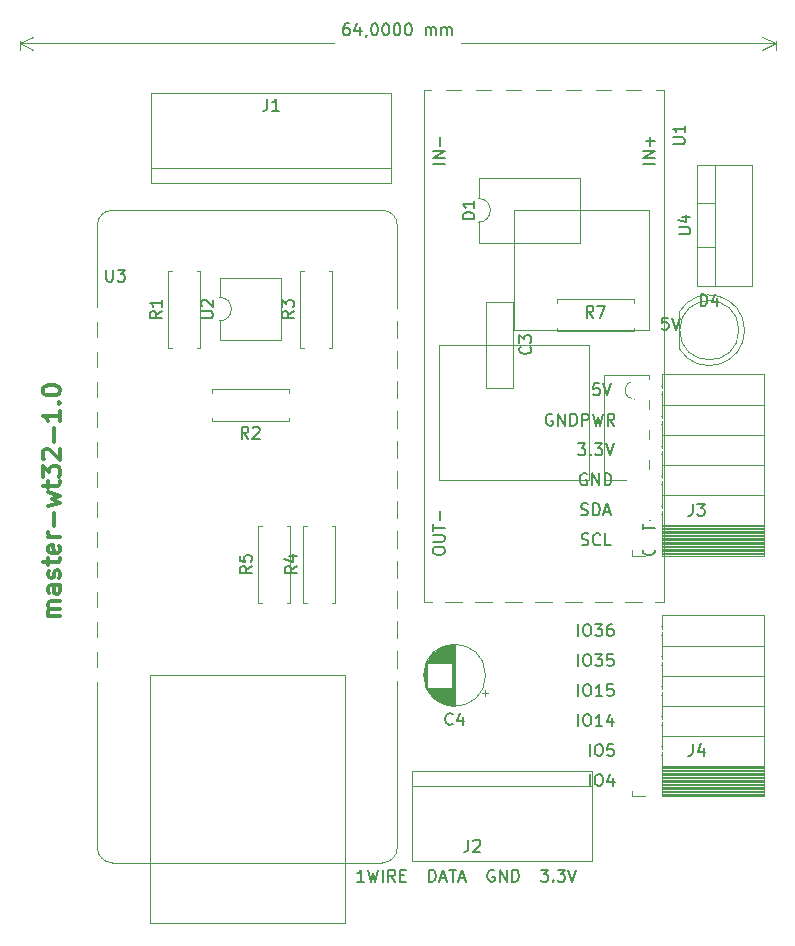
<source format=gto>
G04 #@! TF.GenerationSoftware,KiCad,Pcbnew,5.99.0-unknown-9f841da98e~134~ubuntu20.04.1*
G04 #@! TF.CreationDate,2021-11-20T10:06:44+01:00*
G04 #@! TF.ProjectId,master-wt32,6d617374-6572-42d7-9774-33322e6b6963,rev?*
G04 #@! TF.SameCoordinates,PX3a22d00PY8062360*
G04 #@! TF.FileFunction,Legend,Top*
G04 #@! TF.FilePolarity,Positive*
%FSLAX46Y46*%
G04 Gerber Fmt 4.6, Leading zero omitted, Abs format (unit mm)*
G04 Created by KiCad (PCBNEW 5.99.0-unknown-9f841da98e~134~ubuntu20.04.1) date 2021-11-20 10:06:44*
%MOMM*%
%LPD*%
G01*
G04 APERTURE LIST*
%ADD10C,0.300000*%
%ADD11C,0.150000*%
%ADD12C,0.120000*%
%ADD13C,3.200000*%
%ADD14C,2.032000*%
%ADD15O,3.048000X1.524000*%
%ADD16R,3.000000X1.700000*%
%ADD17O,3.000000X1.700000*%
%ADD18R,3.000000X3.000000*%
%ADD19C,3.000000*%
%ADD20C,1.600000*%
%ADD21O,1.600000X1.600000*%
%ADD22R,1.600000X1.600000*%
%ADD23R,1.800000X1.800000*%
%ADD24C,1.800000*%
%ADD25O,1.524000X3.048000*%
%ADD26R,2.000000X1.905000*%
%ADD27O,2.000000X1.905000*%
G04 APERTURE END LIST*
D10*
X66972571Y-102968000D02*
X65972571Y-102968000D01*
X66115428Y-102968000D02*
X66044000Y-102896571D01*
X65972571Y-102753714D01*
X65972571Y-102539428D01*
X66044000Y-102396571D01*
X66186857Y-102325142D01*
X66972571Y-102325142D01*
X66186857Y-102325142D02*
X66044000Y-102253714D01*
X65972571Y-102110857D01*
X65972571Y-101896571D01*
X66044000Y-101753714D01*
X66186857Y-101682285D01*
X66972571Y-101682285D01*
X66972571Y-100325142D02*
X66186857Y-100325142D01*
X66044000Y-100396571D01*
X65972571Y-100539428D01*
X65972571Y-100825142D01*
X66044000Y-100968000D01*
X66901142Y-100325142D02*
X66972571Y-100468000D01*
X66972571Y-100825142D01*
X66901142Y-100968000D01*
X66758285Y-101039428D01*
X66615428Y-101039428D01*
X66472571Y-100968000D01*
X66401142Y-100825142D01*
X66401142Y-100468000D01*
X66329714Y-100325142D01*
X66901142Y-99682285D02*
X66972571Y-99539428D01*
X66972571Y-99253714D01*
X66901142Y-99110857D01*
X66758285Y-99039428D01*
X66686857Y-99039428D01*
X66544000Y-99110857D01*
X66472571Y-99253714D01*
X66472571Y-99468000D01*
X66401142Y-99610857D01*
X66258285Y-99682285D01*
X66186857Y-99682285D01*
X66044000Y-99610857D01*
X65972571Y-99468000D01*
X65972571Y-99253714D01*
X66044000Y-99110857D01*
X65972571Y-98610857D02*
X65972571Y-98039428D01*
X65472571Y-98396571D02*
X66758285Y-98396571D01*
X66901142Y-98325142D01*
X66972571Y-98182285D01*
X66972571Y-98039428D01*
X66901142Y-96968000D02*
X66972571Y-97110857D01*
X66972571Y-97396571D01*
X66901142Y-97539428D01*
X66758285Y-97610857D01*
X66186857Y-97610857D01*
X66044000Y-97539428D01*
X65972571Y-97396571D01*
X65972571Y-97110857D01*
X66044000Y-96968000D01*
X66186857Y-96896571D01*
X66329714Y-96896571D01*
X66472571Y-97610857D01*
X66972571Y-96253714D02*
X65972571Y-96253714D01*
X66258285Y-96253714D02*
X66115428Y-96182285D01*
X66044000Y-96110857D01*
X65972571Y-95968000D01*
X65972571Y-95825142D01*
X66401142Y-95325142D02*
X66401142Y-94182285D01*
X65972571Y-93610857D02*
X66972571Y-93325142D01*
X66258285Y-93039428D01*
X66972571Y-92753714D01*
X65972571Y-92468000D01*
X65972571Y-92110857D02*
X65972571Y-91539428D01*
X65472571Y-91896571D02*
X66758285Y-91896571D01*
X66901142Y-91825142D01*
X66972571Y-91682285D01*
X66972571Y-91539428D01*
X65472571Y-91182285D02*
X65472571Y-90253714D01*
X66044000Y-90753714D01*
X66044000Y-90539428D01*
X66115428Y-90396571D01*
X66186857Y-90325142D01*
X66329714Y-90253714D01*
X66686857Y-90253714D01*
X66829714Y-90325142D01*
X66901142Y-90396571D01*
X66972571Y-90539428D01*
X66972571Y-90968000D01*
X66901142Y-91110857D01*
X66829714Y-91182285D01*
X65615428Y-89682285D02*
X65544000Y-89610857D01*
X65472571Y-89468000D01*
X65472571Y-89110857D01*
X65544000Y-88968000D01*
X65615428Y-88896571D01*
X65758285Y-88825142D01*
X65901142Y-88825142D01*
X66115428Y-88896571D01*
X66972571Y-89753714D01*
X66972571Y-88825142D01*
X66401142Y-88182285D02*
X66401142Y-87039428D01*
X66972571Y-85539428D02*
X66972571Y-86396571D01*
X66972571Y-85968000D02*
X65472571Y-85968000D01*
X65686857Y-86110857D01*
X65829714Y-86253714D01*
X65901142Y-86396571D01*
X66829714Y-84896571D02*
X66901142Y-84825142D01*
X66972571Y-84896571D01*
X66901142Y-84968000D01*
X66829714Y-84896571D01*
X66972571Y-84896571D01*
X65472571Y-83896571D02*
X65472571Y-83753714D01*
X65544000Y-83610857D01*
X65615428Y-83539428D01*
X65758285Y-83468000D01*
X66044000Y-83396571D01*
X66401142Y-83396571D01*
X66686857Y-83468000D01*
X66829714Y-83539428D01*
X66901142Y-83610857D01*
X66972571Y-83753714D01*
X66972571Y-83896571D01*
X66901142Y-84039428D01*
X66829714Y-84110857D01*
X66686857Y-84182285D01*
X66401142Y-84253714D01*
X66044000Y-84253714D01*
X65758285Y-84182285D01*
X65615428Y-84110857D01*
X65544000Y-84039428D01*
X65472571Y-83896571D01*
D11*
X111800200Y-114787380D02*
X111800200Y-113787380D01*
X112466866Y-113787380D02*
X112657342Y-113787380D01*
X112752580Y-113835000D01*
X112847819Y-113930238D01*
X112895438Y-114120714D01*
X112895438Y-114454047D01*
X112847819Y-114644523D01*
X112752580Y-114739761D01*
X112657342Y-114787380D01*
X112466866Y-114787380D01*
X112371628Y-114739761D01*
X112276390Y-114644523D01*
X112228771Y-114454047D01*
X112228771Y-114120714D01*
X112276390Y-113930238D01*
X112371628Y-113835000D01*
X112466866Y-113787380D01*
X113800200Y-113787380D02*
X113324009Y-113787380D01*
X113276390Y-114263571D01*
X113324009Y-114215952D01*
X113419247Y-114168333D01*
X113657342Y-114168333D01*
X113752580Y-114215952D01*
X113800200Y-114263571D01*
X113847819Y-114358809D01*
X113847819Y-114596904D01*
X113800200Y-114692142D01*
X113752580Y-114739761D01*
X113657342Y-114787380D01*
X113419247Y-114787380D01*
X113324009Y-114739761D01*
X113276390Y-114692142D01*
X92703142Y-125420380D02*
X92131714Y-125420380D01*
X92417428Y-125420380D02*
X92417428Y-124420380D01*
X92322190Y-124563238D01*
X92226952Y-124658476D01*
X92131714Y-124706095D01*
X93036476Y-124420380D02*
X93274571Y-125420380D01*
X93465047Y-124706095D01*
X93655523Y-125420380D01*
X93893619Y-124420380D01*
X94274571Y-125420380D02*
X94274571Y-124420380D01*
X95322190Y-125420380D02*
X94988857Y-124944190D01*
X94750761Y-125420380D02*
X94750761Y-124420380D01*
X95131714Y-124420380D01*
X95226952Y-124468000D01*
X95274571Y-124515619D01*
X95322190Y-124610857D01*
X95322190Y-124753714D01*
X95274571Y-124848952D01*
X95226952Y-124896571D01*
X95131714Y-124944190D01*
X94750761Y-124944190D01*
X95750761Y-124896571D02*
X96084095Y-124896571D01*
X96226952Y-125420380D02*
X95750761Y-125420380D01*
X95750761Y-124420380D01*
X96226952Y-124420380D01*
X98179333Y-125420380D02*
X98179333Y-124420380D01*
X98417428Y-124420380D01*
X98560285Y-124468000D01*
X98655523Y-124563238D01*
X98703142Y-124658476D01*
X98750761Y-124848952D01*
X98750761Y-124991809D01*
X98703142Y-125182285D01*
X98655523Y-125277523D01*
X98560285Y-125372761D01*
X98417428Y-125420380D01*
X98179333Y-125420380D01*
X99131714Y-125134666D02*
X99607904Y-125134666D01*
X99036476Y-125420380D02*
X99369809Y-124420380D01*
X99703142Y-125420380D01*
X99893619Y-124420380D02*
X100465047Y-124420380D01*
X100179333Y-125420380D02*
X100179333Y-124420380D01*
X100750761Y-125134666D02*
X101226952Y-125134666D01*
X100655523Y-125420380D02*
X100988857Y-124420380D01*
X101322190Y-125420380D01*
X103703142Y-124468000D02*
X103607904Y-124420380D01*
X103465047Y-124420380D01*
X103322190Y-124468000D01*
X103226952Y-124563238D01*
X103179333Y-124658476D01*
X103131714Y-124848952D01*
X103131714Y-124991809D01*
X103179333Y-125182285D01*
X103226952Y-125277523D01*
X103322190Y-125372761D01*
X103465047Y-125420380D01*
X103560285Y-125420380D01*
X103703142Y-125372761D01*
X103750761Y-125325142D01*
X103750761Y-124991809D01*
X103560285Y-124991809D01*
X104179333Y-125420380D02*
X104179333Y-124420380D01*
X104750761Y-125420380D01*
X104750761Y-124420380D01*
X105226952Y-125420380D02*
X105226952Y-124420380D01*
X105465047Y-124420380D01*
X105607904Y-124468000D01*
X105703142Y-124563238D01*
X105750761Y-124658476D01*
X105798380Y-124848952D01*
X105798380Y-124991809D01*
X105750761Y-125182285D01*
X105703142Y-125277523D01*
X105607904Y-125372761D01*
X105465047Y-125420380D01*
X105226952Y-125420380D01*
X107655523Y-124420380D02*
X108274571Y-124420380D01*
X107941238Y-124801333D01*
X108084095Y-124801333D01*
X108179333Y-124848952D01*
X108226952Y-124896571D01*
X108274571Y-124991809D01*
X108274571Y-125229904D01*
X108226952Y-125325142D01*
X108179333Y-125372761D01*
X108084095Y-125420380D01*
X107798380Y-125420380D01*
X107703142Y-125372761D01*
X107655523Y-125325142D01*
X108703142Y-125325142D02*
X108750761Y-125372761D01*
X108703142Y-125420380D01*
X108655523Y-125372761D01*
X108703142Y-125325142D01*
X108703142Y-125420380D01*
X109084095Y-124420380D02*
X109703142Y-124420380D01*
X109369809Y-124801333D01*
X109512666Y-124801333D01*
X109607904Y-124848952D01*
X109655523Y-124896571D01*
X109703142Y-124991809D01*
X109703142Y-125229904D01*
X109655523Y-125325142D01*
X109607904Y-125372761D01*
X109512666Y-125420380D01*
X109226952Y-125420380D01*
X109131714Y-125372761D01*
X109084095Y-125325142D01*
X109988857Y-124420380D02*
X110322190Y-125420380D01*
X110655523Y-124420380D01*
X111101723Y-96899761D02*
X111244580Y-96947380D01*
X111482676Y-96947380D01*
X111577914Y-96899761D01*
X111625533Y-96852142D01*
X111673152Y-96756904D01*
X111673152Y-96661666D01*
X111625533Y-96566428D01*
X111577914Y-96518809D01*
X111482676Y-96471190D01*
X111292200Y-96423571D01*
X111196961Y-96375952D01*
X111149342Y-96328333D01*
X111101723Y-96233095D01*
X111101723Y-96137857D01*
X111149342Y-96042619D01*
X111196961Y-95995000D01*
X111292200Y-95947380D01*
X111530295Y-95947380D01*
X111673152Y-95995000D01*
X112673152Y-96852142D02*
X112625533Y-96899761D01*
X112482676Y-96947380D01*
X112387438Y-96947380D01*
X112244580Y-96899761D01*
X112149342Y-96804523D01*
X112101723Y-96709285D01*
X112054104Y-96518809D01*
X112054104Y-96375952D01*
X112101723Y-96185476D01*
X112149342Y-96090238D01*
X112244580Y-95995000D01*
X112387438Y-95947380D01*
X112482676Y-95947380D01*
X112625533Y-95995000D01*
X112673152Y-96042619D01*
X113577914Y-96947380D02*
X113101723Y-96947380D01*
X113101723Y-95947380D01*
X111800200Y-117327380D02*
X111800200Y-116327380D01*
X112466866Y-116327380D02*
X112657342Y-116327380D01*
X112752580Y-116375000D01*
X112847819Y-116470238D01*
X112895438Y-116660714D01*
X112895438Y-116994047D01*
X112847819Y-117184523D01*
X112752580Y-117279761D01*
X112657342Y-117327380D01*
X112466866Y-117327380D01*
X112371628Y-117279761D01*
X112276390Y-117184523D01*
X112228771Y-116994047D01*
X112228771Y-116660714D01*
X112276390Y-116470238D01*
X112371628Y-116375000D01*
X112466866Y-116327380D01*
X113752580Y-116660714D02*
X113752580Y-117327380D01*
X113514485Y-116279761D02*
X113276390Y-116994047D01*
X113895438Y-116994047D01*
X110816009Y-112247380D02*
X110816009Y-111247380D01*
X111482676Y-111247380D02*
X111673152Y-111247380D01*
X111768390Y-111295000D01*
X111863628Y-111390238D01*
X111911247Y-111580714D01*
X111911247Y-111914047D01*
X111863628Y-112104523D01*
X111768390Y-112199761D01*
X111673152Y-112247380D01*
X111482676Y-112247380D01*
X111387438Y-112199761D01*
X111292200Y-112104523D01*
X111244580Y-111914047D01*
X111244580Y-111580714D01*
X111292200Y-111390238D01*
X111387438Y-111295000D01*
X111482676Y-111247380D01*
X112863628Y-112247380D02*
X112292200Y-112247380D01*
X112577914Y-112247380D02*
X112577914Y-111247380D01*
X112482676Y-111390238D01*
X112387438Y-111485476D01*
X112292200Y-111533095D01*
X113720771Y-111580714D02*
X113720771Y-112247380D01*
X113482676Y-111199761D02*
X113244580Y-111914047D01*
X113863628Y-111914047D01*
X111530295Y-90915000D02*
X111435057Y-90867380D01*
X111292200Y-90867380D01*
X111149342Y-90915000D01*
X111054104Y-91010238D01*
X111006485Y-91105476D01*
X110958866Y-91295952D01*
X110958866Y-91438809D01*
X111006485Y-91629285D01*
X111054104Y-91724523D01*
X111149342Y-91819761D01*
X111292200Y-91867380D01*
X111387438Y-91867380D01*
X111530295Y-91819761D01*
X111577914Y-91772142D01*
X111577914Y-91438809D01*
X111387438Y-91438809D01*
X112006485Y-91867380D02*
X112006485Y-90867380D01*
X112577914Y-91867380D01*
X112577914Y-90867380D01*
X113054104Y-91867380D02*
X113054104Y-90867380D01*
X113292200Y-90867380D01*
X113435057Y-90915000D01*
X113530295Y-91010238D01*
X113577914Y-91105476D01*
X113625533Y-91295952D01*
X113625533Y-91438809D01*
X113577914Y-91629285D01*
X113530295Y-91724523D01*
X113435057Y-91819761D01*
X113292200Y-91867380D01*
X113054104Y-91867380D01*
X110816009Y-109707380D02*
X110816009Y-108707380D01*
X111482676Y-108707380D02*
X111673152Y-108707380D01*
X111768390Y-108755000D01*
X111863628Y-108850238D01*
X111911247Y-109040714D01*
X111911247Y-109374047D01*
X111863628Y-109564523D01*
X111768390Y-109659761D01*
X111673152Y-109707380D01*
X111482676Y-109707380D01*
X111387438Y-109659761D01*
X111292200Y-109564523D01*
X111244580Y-109374047D01*
X111244580Y-109040714D01*
X111292200Y-108850238D01*
X111387438Y-108755000D01*
X111482676Y-108707380D01*
X112863628Y-109707380D02*
X112292200Y-109707380D01*
X112577914Y-109707380D02*
X112577914Y-108707380D01*
X112482676Y-108850238D01*
X112387438Y-108945476D01*
X112292200Y-108993095D01*
X113768390Y-108707380D02*
X113292200Y-108707380D01*
X113244580Y-109183571D01*
X113292200Y-109135952D01*
X113387438Y-109088333D01*
X113625533Y-109088333D01*
X113720771Y-109135952D01*
X113768390Y-109183571D01*
X113816009Y-109278809D01*
X113816009Y-109516904D01*
X113768390Y-109612142D01*
X113720771Y-109659761D01*
X113625533Y-109707380D01*
X113387438Y-109707380D01*
X113292200Y-109659761D01*
X113244580Y-109612142D01*
X112609723Y-83247380D02*
X112133533Y-83247380D01*
X112085914Y-83723571D01*
X112133533Y-83675952D01*
X112228771Y-83628333D01*
X112466866Y-83628333D01*
X112562104Y-83675952D01*
X112609723Y-83723571D01*
X112657342Y-83818809D01*
X112657342Y-84056904D01*
X112609723Y-84152142D01*
X112562104Y-84199761D01*
X112466866Y-84247380D01*
X112228771Y-84247380D01*
X112133533Y-84199761D01*
X112085914Y-84152142D01*
X112943057Y-83247380D02*
X113276390Y-84247380D01*
X113609723Y-83247380D01*
X110816009Y-104627380D02*
X110816009Y-103627380D01*
X111482676Y-103627380D02*
X111673152Y-103627380D01*
X111768390Y-103675000D01*
X111863628Y-103770238D01*
X111911247Y-103960714D01*
X111911247Y-104294047D01*
X111863628Y-104484523D01*
X111768390Y-104579761D01*
X111673152Y-104627380D01*
X111482676Y-104627380D01*
X111387438Y-104579761D01*
X111292200Y-104484523D01*
X111244580Y-104294047D01*
X111244580Y-103960714D01*
X111292200Y-103770238D01*
X111387438Y-103675000D01*
X111482676Y-103627380D01*
X112244580Y-103627380D02*
X112863628Y-103627380D01*
X112530295Y-104008333D01*
X112673152Y-104008333D01*
X112768390Y-104055952D01*
X112816009Y-104103571D01*
X112863628Y-104198809D01*
X112863628Y-104436904D01*
X112816009Y-104532142D01*
X112768390Y-104579761D01*
X112673152Y-104627380D01*
X112387438Y-104627380D01*
X112292200Y-104579761D01*
X112244580Y-104532142D01*
X113720771Y-103627380D02*
X113530295Y-103627380D01*
X113435057Y-103675000D01*
X113387438Y-103722619D01*
X113292200Y-103865476D01*
X113244580Y-104055952D01*
X113244580Y-104436904D01*
X113292200Y-104532142D01*
X113339819Y-104579761D01*
X113435057Y-104627380D01*
X113625533Y-104627380D01*
X113720771Y-104579761D01*
X113768390Y-104532142D01*
X113816009Y-104436904D01*
X113816009Y-104198809D01*
X113768390Y-104103571D01*
X113720771Y-104055952D01*
X113625533Y-104008333D01*
X113435057Y-104008333D01*
X113339819Y-104055952D01*
X113292200Y-104103571D01*
X113244580Y-104198809D01*
X110816009Y-107167380D02*
X110816009Y-106167380D01*
X111482676Y-106167380D02*
X111673152Y-106167380D01*
X111768390Y-106215000D01*
X111863628Y-106310238D01*
X111911247Y-106500714D01*
X111911247Y-106834047D01*
X111863628Y-107024523D01*
X111768390Y-107119761D01*
X111673152Y-107167380D01*
X111482676Y-107167380D01*
X111387438Y-107119761D01*
X111292200Y-107024523D01*
X111244580Y-106834047D01*
X111244580Y-106500714D01*
X111292200Y-106310238D01*
X111387438Y-106215000D01*
X111482676Y-106167380D01*
X112244580Y-106167380D02*
X112863628Y-106167380D01*
X112530295Y-106548333D01*
X112673152Y-106548333D01*
X112768390Y-106595952D01*
X112816009Y-106643571D01*
X112863628Y-106738809D01*
X112863628Y-106976904D01*
X112816009Y-107072142D01*
X112768390Y-107119761D01*
X112673152Y-107167380D01*
X112387438Y-107167380D01*
X112292200Y-107119761D01*
X112244580Y-107072142D01*
X113768390Y-106167380D02*
X113292200Y-106167380D01*
X113244580Y-106643571D01*
X113292200Y-106595952D01*
X113387438Y-106548333D01*
X113625533Y-106548333D01*
X113720771Y-106595952D01*
X113768390Y-106643571D01*
X113816009Y-106738809D01*
X113816009Y-106976904D01*
X113768390Y-107072142D01*
X113720771Y-107119761D01*
X113625533Y-107167380D01*
X113387438Y-107167380D01*
X113292200Y-107119761D01*
X113244580Y-107072142D01*
X111077914Y-94359761D02*
X111220771Y-94407380D01*
X111458866Y-94407380D01*
X111554104Y-94359761D01*
X111601723Y-94312142D01*
X111649342Y-94216904D01*
X111649342Y-94121666D01*
X111601723Y-94026428D01*
X111554104Y-93978809D01*
X111458866Y-93931190D01*
X111268390Y-93883571D01*
X111173152Y-93835952D01*
X111125533Y-93788333D01*
X111077914Y-93693095D01*
X111077914Y-93597857D01*
X111125533Y-93502619D01*
X111173152Y-93455000D01*
X111268390Y-93407380D01*
X111506485Y-93407380D01*
X111649342Y-93455000D01*
X112077914Y-94407380D02*
X112077914Y-93407380D01*
X112316009Y-93407380D01*
X112458866Y-93455000D01*
X112554104Y-93550238D01*
X112601723Y-93645476D01*
X112649342Y-93835952D01*
X112649342Y-93978809D01*
X112601723Y-94169285D01*
X112554104Y-94264523D01*
X112458866Y-94359761D01*
X112316009Y-94407380D01*
X112077914Y-94407380D01*
X113030295Y-94121666D02*
X113506485Y-94121666D01*
X112935057Y-94407380D02*
X113268390Y-93407380D01*
X113601723Y-94407380D01*
X110816009Y-88327380D02*
X111435057Y-88327380D01*
X111101723Y-88708333D01*
X111244580Y-88708333D01*
X111339819Y-88755952D01*
X111387438Y-88803571D01*
X111435057Y-88898809D01*
X111435057Y-89136904D01*
X111387438Y-89232142D01*
X111339819Y-89279761D01*
X111244580Y-89327380D01*
X110958866Y-89327380D01*
X110863628Y-89279761D01*
X110816009Y-89232142D01*
X111863628Y-89232142D02*
X111911247Y-89279761D01*
X111863628Y-89327380D01*
X111816009Y-89279761D01*
X111863628Y-89232142D01*
X111863628Y-89327380D01*
X112244580Y-88327380D02*
X112863628Y-88327380D01*
X112530295Y-88708333D01*
X112673152Y-88708333D01*
X112768390Y-88755952D01*
X112816009Y-88803571D01*
X112863628Y-88898809D01*
X112863628Y-89136904D01*
X112816009Y-89232142D01*
X112768390Y-89279761D01*
X112673152Y-89327380D01*
X112387438Y-89327380D01*
X112292200Y-89279761D01*
X112244580Y-89232142D01*
X113149342Y-88327380D02*
X113482676Y-89327380D01*
X113816009Y-88327380D01*
X108643866Y-85860000D02*
X108548628Y-85812380D01*
X108405771Y-85812380D01*
X108262914Y-85860000D01*
X108167676Y-85955238D01*
X108120057Y-86050476D01*
X108072438Y-86240952D01*
X108072438Y-86383809D01*
X108120057Y-86574285D01*
X108167676Y-86669523D01*
X108262914Y-86764761D01*
X108405771Y-86812380D01*
X108501009Y-86812380D01*
X108643866Y-86764761D01*
X108691485Y-86717142D01*
X108691485Y-86383809D01*
X108501009Y-86383809D01*
X109120057Y-86812380D02*
X109120057Y-85812380D01*
X109691485Y-86812380D01*
X109691485Y-85812380D01*
X110167676Y-86812380D02*
X110167676Y-85812380D01*
X110405771Y-85812380D01*
X110548628Y-85860000D01*
X110643866Y-85955238D01*
X110691485Y-86050476D01*
X110739104Y-86240952D01*
X110739104Y-86383809D01*
X110691485Y-86574285D01*
X110643866Y-86669523D01*
X110548628Y-86764761D01*
X110405771Y-86812380D01*
X110167676Y-86812380D01*
X111167676Y-86812380D02*
X111167676Y-85812380D01*
X111548628Y-85812380D01*
X111643866Y-85860000D01*
X111691485Y-85907619D01*
X111739104Y-86002857D01*
X111739104Y-86145714D01*
X111691485Y-86240952D01*
X111643866Y-86288571D01*
X111548628Y-86336190D01*
X111167676Y-86336190D01*
X112072438Y-85812380D02*
X112310533Y-86812380D01*
X112501009Y-86098095D01*
X112691485Y-86812380D01*
X112929580Y-85812380D01*
X113881961Y-86812380D02*
X113548628Y-86336190D01*
X113310533Y-86812380D02*
X113310533Y-85812380D01*
X113691485Y-85812380D01*
X113786723Y-85860000D01*
X113834342Y-85907619D01*
X113881961Y-86002857D01*
X113881961Y-86145714D01*
X113834342Y-86240952D01*
X113786723Y-86288571D01*
X113691485Y-86336190D01*
X113310533Y-86336190D01*
X118427523Y-77684380D02*
X117951333Y-77684380D01*
X117903714Y-78160571D01*
X117951333Y-78112952D01*
X118046571Y-78065333D01*
X118284666Y-78065333D01*
X118379904Y-78112952D01*
X118427523Y-78160571D01*
X118475142Y-78255809D01*
X118475142Y-78493904D01*
X118427523Y-78589142D01*
X118379904Y-78636761D01*
X118284666Y-78684380D01*
X118046571Y-78684380D01*
X117951333Y-78636761D01*
X117903714Y-78589142D01*
X118760857Y-77684380D02*
X119094190Y-78684380D01*
X119427523Y-77684380D01*
X91387142Y-52762382D02*
X91196666Y-52762382D01*
X91101428Y-52810002D01*
X91053809Y-52857621D01*
X90958571Y-53000478D01*
X90910952Y-53190954D01*
X90910952Y-53571906D01*
X90958571Y-53667144D01*
X91006190Y-53714763D01*
X91101428Y-53762382D01*
X91291904Y-53762382D01*
X91387142Y-53714763D01*
X91434761Y-53667144D01*
X91482380Y-53571906D01*
X91482380Y-53333811D01*
X91434761Y-53238573D01*
X91387142Y-53190954D01*
X91291904Y-53143335D01*
X91101428Y-53143335D01*
X91006190Y-53190954D01*
X90958571Y-53238573D01*
X90910952Y-53333811D01*
X92339523Y-53095716D02*
X92339523Y-53762382D01*
X92101428Y-52714763D02*
X91863333Y-53429049D01*
X92482380Y-53429049D01*
X92910952Y-53714763D02*
X92910952Y-53762382D01*
X92863333Y-53857621D01*
X92815714Y-53905240D01*
X93530000Y-52762382D02*
X93625238Y-52762382D01*
X93720476Y-52810002D01*
X93768095Y-52857621D01*
X93815714Y-52952859D01*
X93863333Y-53143335D01*
X93863333Y-53381430D01*
X93815714Y-53571906D01*
X93768095Y-53667144D01*
X93720476Y-53714763D01*
X93625238Y-53762382D01*
X93530000Y-53762382D01*
X93434761Y-53714763D01*
X93387142Y-53667144D01*
X93339523Y-53571906D01*
X93291904Y-53381430D01*
X93291904Y-53143335D01*
X93339523Y-52952859D01*
X93387142Y-52857621D01*
X93434761Y-52810002D01*
X93530000Y-52762382D01*
X94482380Y-52762382D02*
X94577619Y-52762382D01*
X94672857Y-52810002D01*
X94720476Y-52857621D01*
X94768095Y-52952859D01*
X94815714Y-53143335D01*
X94815714Y-53381430D01*
X94768095Y-53571906D01*
X94720476Y-53667144D01*
X94672857Y-53714763D01*
X94577619Y-53762382D01*
X94482380Y-53762382D01*
X94387142Y-53714763D01*
X94339523Y-53667144D01*
X94291904Y-53571906D01*
X94244285Y-53381430D01*
X94244285Y-53143335D01*
X94291904Y-52952859D01*
X94339523Y-52857621D01*
X94387142Y-52810002D01*
X94482380Y-52762382D01*
X95434761Y-52762382D02*
X95530000Y-52762382D01*
X95625238Y-52810002D01*
X95672857Y-52857621D01*
X95720476Y-52952859D01*
X95768095Y-53143335D01*
X95768095Y-53381430D01*
X95720476Y-53571906D01*
X95672857Y-53667144D01*
X95625238Y-53714763D01*
X95530000Y-53762382D01*
X95434761Y-53762382D01*
X95339523Y-53714763D01*
X95291904Y-53667144D01*
X95244285Y-53571906D01*
X95196666Y-53381430D01*
X95196666Y-53143335D01*
X95244285Y-52952859D01*
X95291904Y-52857621D01*
X95339523Y-52810002D01*
X95434761Y-52762382D01*
X96387142Y-52762382D02*
X96482380Y-52762382D01*
X96577619Y-52810002D01*
X96625238Y-52857621D01*
X96672857Y-52952859D01*
X96720476Y-53143335D01*
X96720476Y-53381430D01*
X96672857Y-53571906D01*
X96625238Y-53667144D01*
X96577619Y-53714763D01*
X96482380Y-53762382D01*
X96387142Y-53762382D01*
X96291904Y-53714763D01*
X96244285Y-53667144D01*
X96196666Y-53571906D01*
X96149047Y-53381430D01*
X96149047Y-53143335D01*
X96196666Y-52952859D01*
X96244285Y-52857621D01*
X96291904Y-52810002D01*
X96387142Y-52762382D01*
X97910952Y-53762382D02*
X97910952Y-53095716D01*
X97910952Y-53190954D02*
X97958571Y-53143335D01*
X98053809Y-53095716D01*
X98196666Y-53095716D01*
X98291904Y-53143335D01*
X98339523Y-53238573D01*
X98339523Y-53762382D01*
X98339523Y-53238573D02*
X98387142Y-53143335D01*
X98482380Y-53095716D01*
X98625238Y-53095716D01*
X98720476Y-53143335D01*
X98768095Y-53238573D01*
X98768095Y-53762382D01*
X99244285Y-53762382D02*
X99244285Y-53095716D01*
X99244285Y-53190954D02*
X99291904Y-53143335D01*
X99387142Y-53095716D01*
X99530000Y-53095716D01*
X99625238Y-53143335D01*
X99672857Y-53238573D01*
X99672857Y-53762382D01*
X99672857Y-53238573D02*
X99720476Y-53143335D01*
X99815714Y-53095716D01*
X99958571Y-53095716D01*
X100053809Y-53143335D01*
X100101428Y-53238573D01*
X100101428Y-53762382D01*
D12*
X63530000Y-54210000D02*
X63530000Y-55046422D01*
X127530000Y-54210000D02*
X127530000Y-55046422D01*
X63530000Y-54460002D02*
X90145476Y-54460002D01*
X100914524Y-54460002D02*
X127530000Y-54460002D01*
X63530000Y-54460002D02*
X64656504Y-55046423D01*
X63530000Y-54460002D02*
X64656504Y-53873581D01*
X127530000Y-54460002D02*
X126403496Y-53873581D01*
X127530000Y-54460002D02*
X126403496Y-55046423D01*
D11*
X70866095Y-73620380D02*
X70866095Y-74429904D01*
X70913714Y-74525142D01*
X70961333Y-74572761D01*
X71056571Y-74620380D01*
X71247047Y-74620380D01*
X71342285Y-74572761D01*
X71389904Y-74525142D01*
X71437523Y-74429904D01*
X71437523Y-73620380D01*
X71818476Y-73620380D02*
X72437523Y-73620380D01*
X72104190Y-74001333D01*
X72247047Y-74001333D01*
X72342285Y-74048952D01*
X72389904Y-74096571D01*
X72437523Y-74191809D01*
X72437523Y-74429904D01*
X72389904Y-74525142D01*
X72342285Y-74572761D01*
X72247047Y-74620380D01*
X71961333Y-74620380D01*
X71866095Y-74572761D01*
X71818476Y-74525142D01*
X120529866Y-93432380D02*
X120529866Y-94146666D01*
X120482247Y-94289523D01*
X120387009Y-94384761D01*
X120244152Y-94432380D01*
X120148914Y-94432380D01*
X120910819Y-93432380D02*
X121529866Y-93432380D01*
X121196533Y-93813333D01*
X121339390Y-93813333D01*
X121434628Y-93860952D01*
X121482247Y-93908571D01*
X121529866Y-94003809D01*
X121529866Y-94241904D01*
X121482247Y-94337142D01*
X121434628Y-94384761D01*
X121339390Y-94432380D01*
X121053676Y-94432380D01*
X120958438Y-94384761D01*
X120910819Y-94337142D01*
X101520666Y-121880380D02*
X101520666Y-122594666D01*
X101473047Y-122737523D01*
X101377809Y-122832761D01*
X101234952Y-122880380D01*
X101139714Y-122880380D01*
X101949238Y-121975619D02*
X101996857Y-121928000D01*
X102092095Y-121880380D01*
X102330190Y-121880380D01*
X102425428Y-121928000D01*
X102473047Y-121975619D01*
X102520666Y-122070857D01*
X102520666Y-122166095D01*
X102473047Y-122308952D01*
X101901619Y-122880380D01*
X102520666Y-122880380D01*
X83172380Y-98718666D02*
X82696190Y-99052000D01*
X83172380Y-99290095D02*
X82172380Y-99290095D01*
X82172380Y-98909142D01*
X82220000Y-98813904D01*
X82267619Y-98766285D01*
X82362857Y-98718666D01*
X82505714Y-98718666D01*
X82600952Y-98766285D01*
X82648571Y-98813904D01*
X82696190Y-98909142D01*
X82696190Y-99290095D01*
X82172380Y-97813904D02*
X82172380Y-98290095D01*
X82648571Y-98337714D01*
X82600952Y-98290095D01*
X82553333Y-98194857D01*
X82553333Y-97956761D01*
X82600952Y-97861523D01*
X82648571Y-97813904D01*
X82743809Y-97766285D01*
X82981904Y-97766285D01*
X83077142Y-97813904D01*
X83124761Y-97861523D01*
X83172380Y-97956761D01*
X83172380Y-98194857D01*
X83124761Y-98290095D01*
X83077142Y-98337714D01*
X84502666Y-59142380D02*
X84502666Y-59856666D01*
X84455047Y-59999523D01*
X84359809Y-60094761D01*
X84216952Y-60142380D01*
X84121714Y-60142380D01*
X85502666Y-60142380D02*
X84931238Y-60142380D01*
X85216952Y-60142380D02*
X85216952Y-59142380D01*
X85121714Y-59285238D01*
X85026476Y-59380476D01*
X84931238Y-59428095D01*
X75552380Y-77128666D02*
X75076190Y-77462000D01*
X75552380Y-77700095D02*
X74552380Y-77700095D01*
X74552380Y-77319142D01*
X74600000Y-77223904D01*
X74647619Y-77176285D01*
X74742857Y-77128666D01*
X74885714Y-77128666D01*
X74980952Y-77176285D01*
X75028571Y-77223904D01*
X75076190Y-77319142D01*
X75076190Y-77700095D01*
X75552380Y-76176285D02*
X75552380Y-76747714D01*
X75552380Y-76462000D02*
X74552380Y-76462000D01*
X74695238Y-76557238D01*
X74790476Y-76652476D01*
X74838095Y-76747714D01*
X86982380Y-98718666D02*
X86506190Y-99052000D01*
X86982380Y-99290095D02*
X85982380Y-99290095D01*
X85982380Y-98909142D01*
X86030000Y-98813904D01*
X86077619Y-98766285D01*
X86172857Y-98718666D01*
X86315714Y-98718666D01*
X86410952Y-98766285D01*
X86458571Y-98813904D01*
X86506190Y-98909142D01*
X86506190Y-99290095D01*
X86315714Y-97861523D02*
X86982380Y-97861523D01*
X85934761Y-98099619D02*
X86649047Y-98337714D01*
X86649047Y-97718666D01*
X78905380Y-77713904D02*
X79714904Y-77713904D01*
X79810142Y-77666285D01*
X79857761Y-77618666D01*
X79905380Y-77523428D01*
X79905380Y-77332952D01*
X79857761Y-77237714D01*
X79810142Y-77190095D01*
X79714904Y-77142476D01*
X78905380Y-77142476D01*
X79000619Y-76713904D02*
X78953000Y-76666285D01*
X78905380Y-76571047D01*
X78905380Y-76332952D01*
X78953000Y-76237714D01*
X79000619Y-76190095D01*
X79095857Y-76142476D01*
X79191095Y-76142476D01*
X79333952Y-76190095D01*
X79905380Y-76761523D01*
X79905380Y-76142476D01*
X86728380Y-77128666D02*
X86252190Y-77462000D01*
X86728380Y-77700095D02*
X85728380Y-77700095D01*
X85728380Y-77319142D01*
X85776000Y-77223904D01*
X85823619Y-77176285D01*
X85918857Y-77128666D01*
X86061714Y-77128666D01*
X86156952Y-77176285D01*
X86204571Y-77223904D01*
X86252190Y-77319142D01*
X86252190Y-77700095D01*
X85728380Y-76795333D02*
X85728380Y-76176285D01*
X86109333Y-76509619D01*
X86109333Y-76366761D01*
X86156952Y-76271523D01*
X86204571Y-76223904D01*
X86299809Y-76176285D01*
X86537904Y-76176285D01*
X86633142Y-76223904D01*
X86680761Y-76271523D01*
X86728380Y-76366761D01*
X86728380Y-76652476D01*
X86680761Y-76747714D01*
X86633142Y-76795333D01*
X82891333Y-87912380D02*
X82558000Y-87436190D01*
X82319904Y-87912380D02*
X82319904Y-86912380D01*
X82700857Y-86912380D01*
X82796095Y-86960000D01*
X82843714Y-87007619D01*
X82891333Y-87102857D01*
X82891333Y-87245714D01*
X82843714Y-87340952D01*
X82796095Y-87388571D01*
X82700857Y-87436190D01*
X82319904Y-87436190D01*
X83272285Y-87007619D02*
X83319904Y-86960000D01*
X83415142Y-86912380D01*
X83653238Y-86912380D01*
X83748476Y-86960000D01*
X83796095Y-87007619D01*
X83843714Y-87102857D01*
X83843714Y-87198095D01*
X83796095Y-87340952D01*
X83224666Y-87912380D01*
X83843714Y-87912380D01*
X121181904Y-76692380D02*
X121181904Y-75692380D01*
X121420000Y-75692380D01*
X121562857Y-75740000D01*
X121658095Y-75835238D01*
X121705714Y-75930476D01*
X121753333Y-76120952D01*
X121753333Y-76263809D01*
X121705714Y-76454285D01*
X121658095Y-76549523D01*
X121562857Y-76644761D01*
X121420000Y-76692380D01*
X121181904Y-76692380D01*
X122610476Y-76025714D02*
X122610476Y-76692380D01*
X122372380Y-75644761D02*
X122134285Y-76359047D01*
X122753333Y-76359047D01*
X118832380Y-62991904D02*
X119641904Y-62991904D01*
X119737142Y-62944285D01*
X119784761Y-62896666D01*
X119832380Y-62801428D01*
X119832380Y-62610952D01*
X119784761Y-62515714D01*
X119737142Y-62468095D01*
X119641904Y-62420476D01*
X118832380Y-62420476D01*
X119832380Y-61420476D02*
X119832380Y-61991904D01*
X119832380Y-61706190D02*
X118832380Y-61706190D01*
X118975238Y-61801428D01*
X119070476Y-61896666D01*
X119118095Y-61991904D01*
X117292380Y-64642857D02*
X116292380Y-64642857D01*
X117292380Y-64166666D02*
X116292380Y-64166666D01*
X117292380Y-63595238D01*
X116292380Y-63595238D01*
X116911428Y-63119047D02*
X116911428Y-62357142D01*
X117292380Y-62738095D02*
X116530476Y-62738095D01*
X98512380Y-97504047D02*
X98512380Y-97313571D01*
X98560000Y-97218333D01*
X98655238Y-97123095D01*
X98845714Y-97075476D01*
X99179047Y-97075476D01*
X99369523Y-97123095D01*
X99464761Y-97218333D01*
X99512380Y-97313571D01*
X99512380Y-97504047D01*
X99464761Y-97599285D01*
X99369523Y-97694523D01*
X99179047Y-97742142D01*
X98845714Y-97742142D01*
X98655238Y-97694523D01*
X98560000Y-97599285D01*
X98512380Y-97504047D01*
X98512380Y-96646904D02*
X99321904Y-96646904D01*
X99417142Y-96599285D01*
X99464761Y-96551666D01*
X99512380Y-96456428D01*
X99512380Y-96265952D01*
X99464761Y-96170714D01*
X99417142Y-96123095D01*
X99321904Y-96075476D01*
X98512380Y-96075476D01*
X98512380Y-95742142D02*
X98512380Y-95170714D01*
X99512380Y-95456428D02*
X98512380Y-95456428D01*
X99131428Y-94837380D02*
X99131428Y-94075476D01*
X116292380Y-97504047D02*
X116292380Y-97313571D01*
X116340000Y-97218333D01*
X116435238Y-97123095D01*
X116625714Y-97075476D01*
X116959047Y-97075476D01*
X117149523Y-97123095D01*
X117244761Y-97218333D01*
X117292380Y-97313571D01*
X117292380Y-97504047D01*
X117244761Y-97599285D01*
X117149523Y-97694523D01*
X116959047Y-97742142D01*
X116625714Y-97742142D01*
X116435238Y-97694523D01*
X116340000Y-97599285D01*
X116292380Y-97504047D01*
X116292380Y-96646904D02*
X117101904Y-96646904D01*
X117197142Y-96599285D01*
X117244761Y-96551666D01*
X117292380Y-96456428D01*
X117292380Y-96265952D01*
X117244761Y-96170714D01*
X117197142Y-96123095D01*
X117101904Y-96075476D01*
X116292380Y-96075476D01*
X116292380Y-95742142D02*
X116292380Y-95170714D01*
X117292380Y-95456428D02*
X116292380Y-95456428D01*
X116911428Y-94837380D02*
X116911428Y-94075476D01*
X117292380Y-94456428D02*
X116530476Y-94456428D01*
X99512380Y-64642857D02*
X98512380Y-64642857D01*
X99512380Y-64166666D02*
X98512380Y-64166666D01*
X99512380Y-63595238D01*
X98512380Y-63595238D01*
X99131428Y-63119047D02*
X99131428Y-62357142D01*
X102034880Y-69328095D02*
X101034880Y-69328095D01*
X101034880Y-69090000D01*
X101082500Y-68947142D01*
X101177738Y-68851904D01*
X101272976Y-68804285D01*
X101463452Y-68756666D01*
X101606309Y-68756666D01*
X101796785Y-68804285D01*
X101892023Y-68851904D01*
X101987261Y-68947142D01*
X102034880Y-69090000D01*
X102034880Y-69328095D01*
X102034880Y-67804285D02*
X102034880Y-68375714D01*
X102034880Y-68090000D02*
X101034880Y-68090000D01*
X101177738Y-68185238D01*
X101272976Y-68280476D01*
X101320595Y-68375714D01*
X100183333Y-112057142D02*
X100135714Y-112104761D01*
X99992857Y-112152380D01*
X99897619Y-112152380D01*
X99754761Y-112104761D01*
X99659523Y-112009523D01*
X99611904Y-111914285D01*
X99564285Y-111723809D01*
X99564285Y-111580952D01*
X99611904Y-111390476D01*
X99659523Y-111295238D01*
X99754761Y-111200000D01*
X99897619Y-111152380D01*
X99992857Y-111152380D01*
X100135714Y-111200000D01*
X100183333Y-111247619D01*
X101040476Y-111485714D02*
X101040476Y-112152380D01*
X100802380Y-111104761D02*
X100564285Y-111819047D01*
X101183333Y-111819047D01*
X120529866Y-113752380D02*
X120529866Y-114466666D01*
X120482247Y-114609523D01*
X120387009Y-114704761D01*
X120244152Y-114752380D01*
X120148914Y-114752380D01*
X121434628Y-114085714D02*
X121434628Y-114752380D01*
X121196533Y-113704761D02*
X120958438Y-114419047D01*
X121577485Y-114419047D01*
X112101333Y-77668380D02*
X111768000Y-77192190D01*
X111529904Y-77668380D02*
X111529904Y-76668380D01*
X111910857Y-76668380D01*
X112006095Y-76716000D01*
X112053714Y-76763619D01*
X112101333Y-76858857D01*
X112101333Y-77001714D01*
X112053714Y-77096952D01*
X112006095Y-77144571D01*
X111910857Y-77192190D01*
X111529904Y-77192190D01*
X112434666Y-76668380D02*
X113101333Y-76668380D01*
X112672761Y-77668380D01*
X106747142Y-80136666D02*
X106794761Y-80184285D01*
X106842380Y-80327142D01*
X106842380Y-80422380D01*
X106794761Y-80565238D01*
X106699523Y-80660476D01*
X106604285Y-80708095D01*
X106413809Y-80755714D01*
X106270952Y-80755714D01*
X106080476Y-80708095D01*
X105985238Y-80660476D01*
X105890000Y-80565238D01*
X105842380Y-80422380D01*
X105842380Y-80327142D01*
X105890000Y-80184285D01*
X105937619Y-80136666D01*
X105842380Y-79803333D02*
X105842380Y-79184285D01*
X106223333Y-79517619D01*
X106223333Y-79374761D01*
X106270952Y-79279523D01*
X106318571Y-79231904D01*
X106413809Y-79184285D01*
X106651904Y-79184285D01*
X106747142Y-79231904D01*
X106794761Y-79279523D01*
X106842380Y-79374761D01*
X106842380Y-79660476D01*
X106794761Y-79755714D01*
X106747142Y-79803333D01*
X119317380Y-70611904D02*
X120126904Y-70611904D01*
X120222142Y-70564285D01*
X120269761Y-70516666D01*
X120317380Y-70421428D01*
X120317380Y-70230952D01*
X120269761Y-70135714D01*
X120222142Y-70088095D01*
X120126904Y-70040476D01*
X119317380Y-70040476D01*
X119650714Y-69135714D02*
X120317380Y-69135714D01*
X119269761Y-69373809D02*
X119984047Y-69611904D01*
X119984047Y-68992857D01*
D12*
X94234000Y-68580000D02*
X71374000Y-68580000D01*
X71374000Y-123825000D02*
X94234000Y-123825000D01*
X70104000Y-69850000D02*
X70104000Y-122555000D01*
X91059000Y-128905000D02*
X74549000Y-128905000D01*
X74549000Y-107950000D02*
X91059000Y-107950000D01*
X74549000Y-128905000D02*
X74549000Y-107950000D01*
X91059000Y-107950000D02*
X91059000Y-128905000D01*
X95504000Y-122555000D02*
X95504000Y-69850000D01*
X95504000Y-122555000D02*
G75*
G02*
X94234000Y-123825000I-1270000J0D01*
G01*
X70104000Y-69850000D02*
G75*
G02*
X71374000Y-68580000I1270000J0D01*
G01*
X94234000Y-68580000D02*
G75*
G02*
X95504000Y-69850000I0J-1270000D01*
G01*
X71374000Y-123825000D02*
G75*
G02*
X70104000Y-122555000I0J1270000D01*
G01*
X126573200Y-96169765D02*
X117943200Y-96169765D01*
X117943200Y-96135000D02*
X117593200Y-96135000D01*
X126573200Y-95343100D02*
X117943200Y-95343100D01*
X126573200Y-97232620D02*
X117943200Y-97232620D01*
X126573200Y-95579290D02*
X117943200Y-95579290D01*
X126573200Y-97468810D02*
X117943200Y-97468810D01*
X126573200Y-95815480D02*
X117943200Y-95815480D01*
X117943200Y-83435000D02*
X117533200Y-83435000D01*
X126573200Y-97350715D02*
X117943200Y-97350715D01*
X126573200Y-96287860D02*
X117943200Y-96287860D01*
X126573200Y-95461195D02*
X117943200Y-95461195D01*
X126573200Y-92685000D02*
X117943200Y-92685000D01*
X126573200Y-97705000D02*
X117943200Y-97705000D01*
X117943200Y-88515000D02*
X117533200Y-88515000D01*
X117943200Y-85975000D02*
X117533200Y-85975000D01*
X126573200Y-96051670D02*
X117943200Y-96051670D01*
X126573200Y-97825000D02*
X117943200Y-97825000D01*
X126573200Y-82465000D02*
X117943200Y-82465000D01*
X117943200Y-97825000D02*
X117943200Y-82465000D01*
X117943200Y-96855000D02*
X117593200Y-96855000D01*
X117943200Y-89235000D02*
X117533200Y-89235000D01*
X126573200Y-85065000D02*
X117943200Y-85065000D01*
X126573200Y-95933575D02*
X117943200Y-95933575D01*
X117943200Y-91055000D02*
X117533200Y-91055000D01*
X126573200Y-96405955D02*
X117943200Y-96405955D01*
X126573200Y-96878335D02*
X117943200Y-96878335D01*
X126573200Y-96760240D02*
X117943200Y-96760240D01*
X126573200Y-97114525D02*
X117943200Y-97114525D01*
X126573200Y-97586905D02*
X117943200Y-97586905D01*
X126573200Y-96996430D02*
X117943200Y-96996430D01*
X117943200Y-93595000D02*
X117533200Y-93595000D01*
X117943200Y-91775000D02*
X117533200Y-91775000D01*
X126573200Y-95225000D02*
X117943200Y-95225000D01*
X115373200Y-97825000D02*
X115373200Y-96495000D01*
X126573200Y-97825000D02*
X126573200Y-82465000D01*
X116483200Y-97825000D02*
X115373200Y-97825000D01*
X126573200Y-95697385D02*
X117943200Y-95697385D01*
X117943200Y-84155000D02*
X117533200Y-84155000D01*
X126573200Y-96642145D02*
X117943200Y-96642145D01*
X117943200Y-94315000D02*
X117533200Y-94315000D01*
X126573200Y-87605000D02*
X117943200Y-87605000D01*
X126573200Y-90145000D02*
X117943200Y-90145000D01*
X126573200Y-96524050D02*
X117943200Y-96524050D01*
X117943200Y-86695000D02*
X117533200Y-86695000D01*
X112014000Y-116078000D02*
X112014000Y-123698000D01*
X112014000Y-117348000D02*
X96774000Y-117348000D01*
X96774000Y-116078000D02*
X96774000Y-123698000D01*
X112014000Y-123698000D02*
X96774000Y-123698000D01*
X112014000Y-116078000D02*
X96774000Y-116078000D01*
X86460000Y-95282000D02*
X86130000Y-95282000D01*
X86460000Y-101822000D02*
X86460000Y-95282000D01*
X86130000Y-101822000D02*
X86460000Y-101822000D01*
X84050000Y-101822000D02*
X83720000Y-101822000D01*
X83720000Y-101822000D02*
X83720000Y-95282000D01*
X83720000Y-95282000D02*
X84050000Y-95282000D01*
X94996000Y-65024000D02*
X74676000Y-65024000D01*
X94996000Y-66294000D02*
X94996000Y-58674000D01*
X74676000Y-58674000D02*
X94996000Y-58674000D01*
X74676000Y-58674000D02*
X74676000Y-66294000D01*
X74676000Y-66294000D02*
X94996000Y-66294000D01*
X78840000Y-73692000D02*
X78510000Y-73692000D01*
X78840000Y-80232000D02*
X78840000Y-73692000D01*
X78510000Y-80232000D02*
X78840000Y-80232000D01*
X76430000Y-80232000D02*
X76100000Y-80232000D01*
X76100000Y-80232000D02*
X76100000Y-73692000D01*
X76100000Y-73692000D02*
X76430000Y-73692000D01*
X87530000Y-95282000D02*
X87860000Y-95282000D01*
X87530000Y-101822000D02*
X87530000Y-95282000D01*
X87860000Y-101822000D02*
X87530000Y-101822000D01*
X90270000Y-95282000D02*
X89940000Y-95282000D01*
X90270000Y-101822000D02*
X90270000Y-95282000D01*
X89940000Y-101822000D02*
X90270000Y-101822000D01*
X85653000Y-74302000D02*
X80453000Y-74302000D01*
X80453000Y-77952000D02*
X80453000Y-79602000D01*
X85653000Y-79602000D02*
X85653000Y-74302000D01*
X80453000Y-74302000D02*
X80453000Y-75952000D01*
X80453000Y-79602000D02*
X85653000Y-79602000D01*
X80453000Y-75952000D02*
G75*
G02*
X80453000Y-77952000I0J-1000000D01*
G01*
X90016000Y-80232000D02*
X90016000Y-73692000D01*
X87276000Y-80232000D02*
X87276000Y-73692000D01*
X89686000Y-80232000D02*
X90016000Y-80232000D01*
X90016000Y-73692000D02*
X89686000Y-73692000D01*
X87606000Y-80232000D02*
X87276000Y-80232000D01*
X87276000Y-73692000D02*
X87606000Y-73692000D01*
X79788000Y-83720000D02*
X79788000Y-84050000D01*
X86328000Y-84050000D02*
X86328000Y-83720000D01*
X86328000Y-86130000D02*
X86328000Y-86460000D01*
X79788000Y-86460000D02*
X79788000Y-86130000D01*
X86328000Y-83720000D02*
X79788000Y-83720000D01*
X86328000Y-86460000D02*
X79788000Y-86460000D01*
X119360000Y-77195000D02*
X119360000Y-80285000D01*
X124910000Y-78740462D02*
G75*
G03*
X119360000Y-77195170I-2990000J462D01*
G01*
X124910000Y-78739538D02*
G75*
G02*
X119360000Y-80284830I-2990000J-462D01*
G01*
X124420000Y-78740000D02*
G75*
G03*
X124420000Y-78740000I-2500000J0D01*
G01*
X113030000Y-91440000D02*
X116840000Y-91440000D01*
X111760000Y-91440000D02*
X99060000Y-91440000D01*
X111760000Y-80010000D02*
X111760000Y-91440000D01*
X105410000Y-68580000D02*
X116840000Y-68580000D01*
X116840000Y-78740000D02*
X105410000Y-78740000D01*
X99060000Y-91440000D02*
X99060000Y-80010000D01*
X116840000Y-68580000D02*
X116840000Y-78740000D01*
X99060000Y-80010000D02*
X111760000Y-80010000D01*
X97790000Y-101727000D02*
X97790000Y-58420000D01*
X118110000Y-58420000D02*
X118110000Y-101727000D01*
X116840000Y-82550000D02*
X113030000Y-82550000D01*
X118110000Y-101727000D02*
X97790000Y-101727000D01*
X116840000Y-91440000D02*
X116840000Y-82550000D01*
X97790000Y-58420000D02*
X118110000Y-58420000D01*
X105410000Y-78740000D02*
X105410000Y-68580000D01*
X113030000Y-82550000D02*
X113030000Y-91440000D01*
X116332000Y-83820000D02*
G75*
G03*
X116332000Y-83820000I-762000J0D01*
G01*
X102382500Y-71350000D02*
X110982500Y-71350000D01*
X110982500Y-65810000D02*
X102382500Y-65810000D01*
X102382500Y-65810000D02*
X102382500Y-67580000D01*
X102382500Y-69580000D02*
X102382500Y-71350000D01*
X110982500Y-71350000D02*
X110982500Y-65810000D01*
X102382500Y-67580000D02*
G75*
G02*
X102382500Y-69580000I0J-1000000D01*
G01*
X99469000Y-110378000D02*
X99469000Y-108990000D01*
X100270000Y-110529000D02*
X100270000Y-105371000D01*
X98669000Y-109921000D02*
X98669000Y-108990000D01*
X98789000Y-106910000D02*
X98789000Y-105885000D01*
X98829000Y-106910000D02*
X98829000Y-105855000D01*
X99670000Y-110441000D02*
X99670000Y-108990000D01*
X98389000Y-106910000D02*
X98389000Y-106251000D01*
X98589000Y-106910000D02*
X98589000Y-106049000D01*
X98749000Y-106910000D02*
X98749000Y-105915000D01*
X99149000Y-106910000D02*
X99149000Y-105660000D01*
X98869000Y-106910000D02*
X98869000Y-105828000D01*
X99149000Y-110240000D02*
X99149000Y-108990000D01*
X98669000Y-106910000D02*
X98669000Y-105979000D01*
X99750000Y-106910000D02*
X99750000Y-105439000D01*
X99509000Y-110392000D02*
X99509000Y-108990000D01*
X100110000Y-106910000D02*
X100110000Y-105381000D01*
X98309000Y-106910000D02*
X98309000Y-106345000D01*
X99229000Y-106910000D02*
X99229000Y-105621000D01*
X99309000Y-106910000D02*
X99309000Y-105585000D01*
X98789000Y-110015000D02*
X98789000Y-108990000D01*
X98109000Y-109269000D02*
X98109000Y-108990000D01*
X99629000Y-110430000D02*
X99629000Y-108990000D01*
X97949000Y-108961000D02*
X97949000Y-106939000D01*
X99069000Y-110197000D02*
X99069000Y-108990000D01*
X98709000Y-109954000D02*
X98709000Y-108990000D01*
X99109000Y-110218000D02*
X99109000Y-108990000D01*
X98709000Y-106910000D02*
X98709000Y-105946000D01*
X99830000Y-110478000D02*
X99830000Y-108990000D01*
X99830000Y-106910000D02*
X99830000Y-105422000D01*
X99029000Y-106910000D02*
X99029000Y-105726000D01*
X99389000Y-106910000D02*
X99389000Y-105552000D01*
X99790000Y-106910000D02*
X99790000Y-105430000D01*
X99429000Y-106910000D02*
X99429000Y-105536000D01*
X98029000Y-109128000D02*
X98029000Y-106772000D01*
X98229000Y-109450000D02*
X98229000Y-108990000D01*
X99189000Y-110260000D02*
X99189000Y-108990000D01*
X99710000Y-106910000D02*
X99710000Y-105449000D01*
X100230000Y-110528000D02*
X100230000Y-105372000D01*
X99549000Y-106910000D02*
X99549000Y-105495000D01*
X99870000Y-106910000D02*
X99870000Y-105414000D01*
X99950000Y-110500000D02*
X99950000Y-108990000D01*
X99269000Y-106910000D02*
X99269000Y-105602000D01*
X98989000Y-106910000D02*
X98989000Y-105750000D01*
X99910000Y-110493000D02*
X99910000Y-108990000D01*
X98149000Y-106910000D02*
X98149000Y-106567000D01*
X98629000Y-109887000D02*
X98629000Y-108990000D01*
X99589000Y-106910000D02*
X99589000Y-105482000D01*
X99910000Y-106910000D02*
X99910000Y-105407000D01*
X99950000Y-106910000D02*
X99950000Y-105400000D01*
X97869000Y-108755000D02*
X97869000Y-107145000D01*
X98429000Y-106910000D02*
X98429000Y-106207000D01*
X98989000Y-110150000D02*
X98989000Y-108990000D01*
X98909000Y-110099000D02*
X98909000Y-108990000D01*
X98109000Y-106910000D02*
X98109000Y-106631000D01*
X98389000Y-109649000D02*
X98389000Y-108990000D01*
X99629000Y-106910000D02*
X99629000Y-105470000D01*
X100190000Y-110526000D02*
X100190000Y-105374000D01*
X100030000Y-110511000D02*
X100030000Y-108990000D01*
X98549000Y-106910000D02*
X98549000Y-106086000D01*
X100070000Y-106910000D02*
X100070000Y-105385000D01*
X98149000Y-109333000D02*
X98149000Y-108990000D01*
X99509000Y-106910000D02*
X99509000Y-105508000D01*
X99589000Y-110418000D02*
X99589000Y-108990000D01*
X98829000Y-110045000D02*
X98829000Y-108990000D01*
X97829000Y-108627000D02*
X97829000Y-107273000D01*
X98469000Y-109735000D02*
X98469000Y-108990000D01*
X98469000Y-106910000D02*
X98469000Y-106165000D01*
X99069000Y-106910000D02*
X99069000Y-105703000D01*
X97909000Y-108865000D02*
X97909000Y-107035000D01*
X98909000Y-106910000D02*
X98909000Y-105801000D01*
X99710000Y-110451000D02*
X99710000Y-108990000D01*
X99469000Y-106910000D02*
X99469000Y-105522000D01*
X98269000Y-109504000D02*
X98269000Y-108990000D01*
X100070000Y-110515000D02*
X100070000Y-108990000D01*
X99389000Y-110348000D02*
X99389000Y-108990000D01*
X98589000Y-109851000D02*
X98589000Y-108990000D01*
X99349000Y-106910000D02*
X99349000Y-105568000D01*
X98189000Y-106910000D02*
X98189000Y-106507000D01*
X99229000Y-110279000D02*
X99229000Y-108990000D01*
X98349000Y-106910000D02*
X98349000Y-106297000D01*
X98069000Y-109201000D02*
X98069000Y-108990000D01*
X103154775Y-109425000D02*
X102654775Y-109425000D01*
X99349000Y-110332000D02*
X99349000Y-108990000D01*
X98629000Y-106910000D02*
X98629000Y-106013000D01*
X99990000Y-106910000D02*
X99990000Y-105394000D01*
X98349000Y-109603000D02*
X98349000Y-108990000D01*
X98949000Y-110125000D02*
X98949000Y-108990000D01*
X98069000Y-106910000D02*
X98069000Y-106699000D01*
X100030000Y-106910000D02*
X100030000Y-105389000D01*
X98309000Y-109555000D02*
X98309000Y-108990000D01*
X99790000Y-110470000D02*
X99790000Y-108990000D01*
X98549000Y-109814000D02*
X98549000Y-108990000D01*
X99189000Y-106910000D02*
X99189000Y-105640000D01*
X99549000Y-110405000D02*
X99549000Y-108990000D01*
X100350000Y-110530000D02*
X100350000Y-105370000D01*
X98269000Y-106910000D02*
X98269000Y-106396000D01*
X99309000Y-110315000D02*
X99309000Y-108990000D01*
X100110000Y-110519000D02*
X100110000Y-108990000D01*
X99750000Y-110461000D02*
X99750000Y-108990000D01*
X98429000Y-109693000D02*
X98429000Y-108990000D01*
X100310000Y-110530000D02*
X100310000Y-105370000D01*
X99870000Y-110486000D02*
X99870000Y-108990000D01*
X98189000Y-109393000D02*
X98189000Y-108990000D01*
X102904775Y-109675000D02*
X102904775Y-109175000D01*
X99990000Y-110506000D02*
X99990000Y-108990000D01*
X98229000Y-106910000D02*
X98229000Y-106450000D01*
X99670000Y-106910000D02*
X99670000Y-105459000D01*
X97789000Y-108468000D02*
X97789000Y-107432000D01*
X99029000Y-110174000D02*
X99029000Y-108990000D01*
X99109000Y-106910000D02*
X99109000Y-105682000D01*
X98869000Y-110072000D02*
X98869000Y-108990000D01*
X100150000Y-110523000D02*
X100150000Y-105377000D01*
X98949000Y-106910000D02*
X98949000Y-105775000D01*
X97989000Y-109048000D02*
X97989000Y-106852000D01*
X98509000Y-106910000D02*
X98509000Y-106124000D01*
X98509000Y-109776000D02*
X98509000Y-108990000D01*
X97749000Y-108234000D02*
X97749000Y-107666000D01*
X99269000Y-110298000D02*
X99269000Y-108990000D01*
X99429000Y-110364000D02*
X99429000Y-108990000D01*
X98749000Y-109985000D02*
X98749000Y-108990000D01*
X102970000Y-107950000D02*
G75*
G03*
X102970000Y-107950000I-2620000J0D01*
G01*
X126573200Y-116431670D02*
X117943200Y-116431670D01*
X126573200Y-117612620D02*
X117943200Y-117612620D01*
X126573200Y-116904050D02*
X117943200Y-116904050D01*
X126573200Y-118085000D02*
X117943200Y-118085000D01*
X126573200Y-115723100D02*
X117943200Y-115723100D01*
X126573200Y-117022145D02*
X117943200Y-117022145D01*
X126573200Y-116785955D02*
X117943200Y-116785955D01*
X117943200Y-106355000D02*
X117533200Y-106355000D01*
X126573200Y-105445000D02*
X117943200Y-105445000D01*
X126573200Y-116313575D02*
X117943200Y-116313575D01*
X126573200Y-117966905D02*
X117943200Y-117966905D01*
X126573200Y-118205000D02*
X126573200Y-102845000D01*
X117943200Y-118205000D02*
X117943200Y-102845000D01*
X117943200Y-107075000D02*
X117533200Y-107075000D01*
X126573200Y-115841195D02*
X117943200Y-115841195D01*
X126573200Y-117848810D02*
X117943200Y-117848810D01*
X117943200Y-111435000D02*
X117533200Y-111435000D01*
X126573200Y-110525000D02*
X117943200Y-110525000D01*
X117943200Y-117235000D02*
X117593200Y-117235000D01*
X126573200Y-117730715D02*
X117943200Y-117730715D01*
X117943200Y-108895000D02*
X117533200Y-108895000D01*
X126573200Y-102845000D02*
X117943200Y-102845000D01*
X117943200Y-109615000D02*
X117533200Y-109615000D01*
X126573200Y-115959290D02*
X117943200Y-115959290D01*
X126573200Y-117140240D02*
X117943200Y-117140240D01*
X126573200Y-117258335D02*
X117943200Y-117258335D01*
X117943200Y-116515000D02*
X117593200Y-116515000D01*
X117943200Y-114695000D02*
X117533200Y-114695000D01*
X117943200Y-113975000D02*
X117533200Y-113975000D01*
X115373200Y-118205000D02*
X115373200Y-116875000D01*
X126573200Y-118205000D02*
X117943200Y-118205000D01*
X126573200Y-117494525D02*
X117943200Y-117494525D01*
X126573200Y-107985000D02*
X117943200Y-107985000D01*
X126573200Y-113065000D02*
X117943200Y-113065000D01*
X126573200Y-116195480D02*
X117943200Y-116195480D01*
X116483200Y-118205000D02*
X115373200Y-118205000D01*
X117943200Y-112155000D02*
X117533200Y-112155000D01*
X126573200Y-116549765D02*
X117943200Y-116549765D01*
X117943200Y-103815000D02*
X117533200Y-103815000D01*
X126573200Y-117376430D02*
X117943200Y-117376430D01*
X117943200Y-104535000D02*
X117533200Y-104535000D01*
X126573200Y-115605000D02*
X117943200Y-115605000D01*
X126573200Y-116077385D02*
X117943200Y-116077385D01*
X126573200Y-116667860D02*
X117943200Y-116667860D01*
X108998000Y-76100000D02*
X115538000Y-76100000D01*
X115538000Y-78840000D02*
X115538000Y-78510000D01*
X115538000Y-76100000D02*
X115538000Y-76430000D01*
X108998000Y-78510000D02*
X108998000Y-78840000D01*
X108998000Y-78840000D02*
X115538000Y-78840000D01*
X108998000Y-76430000D02*
X108998000Y-76100000D01*
X105260000Y-76350000D02*
X103020000Y-76350000D01*
X105260000Y-83590000D02*
X103020000Y-83590000D01*
X105260000Y-76350000D02*
X105260000Y-83590000D01*
X103020000Y-76350000D02*
X103020000Y-83590000D01*
X120865000Y-71700000D02*
X122375000Y-71700000D01*
X125506000Y-74970000D02*
X125506000Y-64730000D01*
X122375000Y-74970000D02*
X122375000Y-64730000D01*
X120865000Y-67999000D02*
X122375000Y-67999000D01*
X120865000Y-74970000D02*
X120865000Y-64730000D01*
X120865000Y-64730000D02*
X125506000Y-64730000D01*
X120865000Y-74970000D02*
X125506000Y-74970000D01*
%LPC*%
D13*
X67056000Y-123444000D03*
D14*
X71374000Y-122555000D03*
X94234000Y-122555000D03*
D15*
X94234000Y-77470000D03*
X94234000Y-80010000D03*
X94234000Y-82550000D03*
X94234000Y-85090000D03*
X94234000Y-87630000D03*
X94234000Y-90170000D03*
X94234000Y-92710000D03*
X94234000Y-95250000D03*
X94234000Y-97790000D03*
X94234000Y-100330000D03*
X94234000Y-102870000D03*
X94234000Y-105410000D03*
X94234000Y-107950000D03*
X71374000Y-107950000D03*
X71374000Y-105410000D03*
X71374000Y-102870000D03*
X71374000Y-100330000D03*
X71374000Y-97790000D03*
X71374000Y-95250000D03*
X71374000Y-92710000D03*
X71374000Y-90170000D03*
X71374000Y-87630000D03*
X71374000Y-85090000D03*
X71374000Y-82550000D03*
X71374000Y-80010000D03*
X71374000Y-77470000D03*
D16*
X116483200Y-96495000D03*
D17*
X116483200Y-93955000D03*
X116483200Y-91415000D03*
X116483200Y-88875000D03*
X116483200Y-86335000D03*
X116483200Y-83795000D03*
D18*
X109474000Y-119888000D03*
D19*
X104394000Y-119888000D03*
X99314000Y-119888000D03*
D20*
X85090000Y-102362000D03*
D21*
X85090000Y-94742000D03*
D18*
X77216000Y-62484000D03*
D19*
X82296000Y-62484000D03*
X87376000Y-62484000D03*
X92456000Y-62484000D03*
D20*
X77470000Y-80772000D03*
D21*
X77470000Y-73152000D03*
D20*
X88900000Y-102362000D03*
D21*
X88900000Y-94742000D03*
D13*
X67056000Y-58928000D03*
D22*
X81783000Y-80762000D03*
D21*
X84323000Y-80762000D03*
X84323000Y-73142000D03*
X81783000Y-73142000D03*
D20*
X88646000Y-80772000D03*
D21*
X88646000Y-73152000D03*
D20*
X86868000Y-85090000D03*
D21*
X79248000Y-85090000D03*
D13*
X123923200Y-123444000D03*
D23*
X120650000Y-78740000D03*
D24*
X123190000Y-78740000D03*
D25*
X114300000Y-100457000D03*
X106680000Y-100457000D03*
X109220000Y-100457000D03*
X104140000Y-100457000D03*
X111760000Y-100457000D03*
X104140000Y-59690000D03*
X114300000Y-59690000D03*
X109220000Y-59690000D03*
X101600000Y-59690000D03*
X106680000Y-59690000D03*
X111760000Y-59690000D03*
X101600000Y-100457000D03*
X116840000Y-59690000D03*
X99060000Y-59690000D03*
X99060000Y-100457000D03*
X116840000Y-100457000D03*
D22*
X104282500Y-72390000D03*
D21*
X109362500Y-72390000D03*
X109362500Y-64770000D03*
X104282500Y-64770000D03*
D22*
X101600000Y-107950000D03*
D20*
X99100000Y-107950000D03*
D16*
X116483200Y-116875000D03*
D17*
X116483200Y-114335000D03*
X116483200Y-111795000D03*
X116483200Y-109255000D03*
X116483200Y-106715000D03*
X116483200Y-104175000D03*
D20*
X108458000Y-77470000D03*
D21*
X116078000Y-77470000D03*
D13*
X123923200Y-58928000D03*
D20*
X104140000Y-77470000D03*
X104140000Y-82470000D03*
D26*
X124135000Y-72390000D03*
D27*
X124135000Y-69850000D03*
X124135000Y-67310000D03*
M02*

</source>
